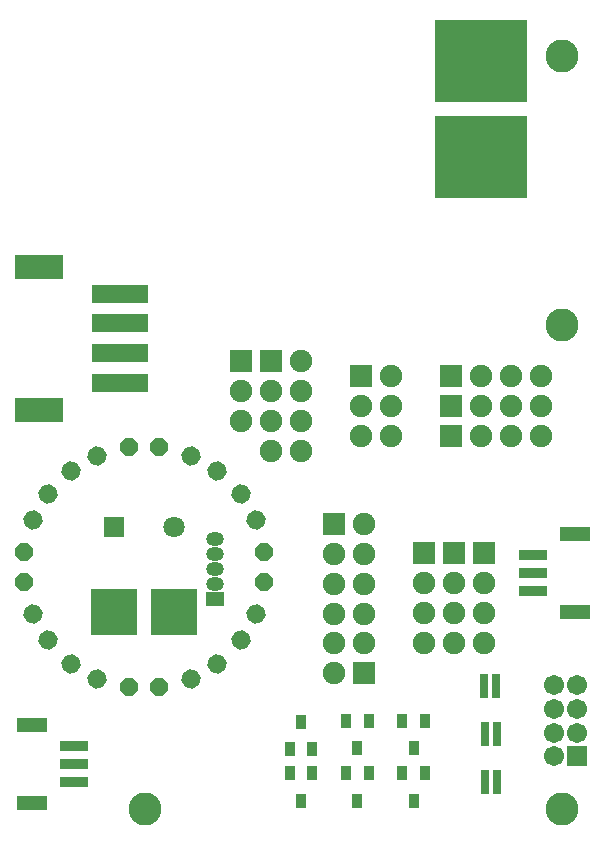
<source format=gbs>
G04 DipTrace 3.0.0.2*
G04 BottomMask.gbr*
%MOIN*%
G04 #@! TF.FileFunction,Soldermask,Bot*
G04 #@! TF.Part,Single*
%AMOUTLINE0*5,1,8,0,0,0.066,-22.49998*%
%AMOUTLINE1*5,1,8,0,0,0.066,-262.500516*%
%AMOUTLINE2*5,1,8,0,0,0.066001,-232.500313*%
%AMOUTLINE3*5,1,8,0,0,0.066,7.499484*%
%AMOUTLINE4*5,1,8,0,0,0.066,-112.49998*%
%AMOUTLINE5*5,1,8,0,0,0.066,-202.49998*%
%AMOUTLINE6*5,1,8,0,0,0.066001,37.499687*%
%AMOUTLINE7*5,1,8,0,0,0.066,-82.500516*%
%AMOUTLINE8*5,1,8,0,0,0.066,-172.500516*%
%AMOUTLINE9*5,1,8,0,0,0.066,67.50002*%
%AMOUTLINE10*5,1,8,0,0,0.066001,-52.500313*%
%AMOUTLINE11*5,1,8,0,0,0.066001,-142.500313*%
%ADD46C,0.11*%
%ADD56R,0.070992X0.070992*%
%ADD58C,0.070992*%
%ADD64R,0.098551X0.051*%
%ADD66R,0.094614X0.035559*%
%ADD68R,0.0275X0.022*%
%ADD72R,0.033591X0.049339*%
%ADD74R,0.158X0.158*%
%ADD76C,0.067055*%
%ADD78R,0.067055X0.067055*%
%ADD80O,0.059181X0.04737*%
%ADD82R,0.059181X0.04737*%
%ADD84C,0.074929*%
%ADD86R,0.074929X0.074929*%
%ADD88R,0.308X0.278*%
%ADD90R,0.161543X0.078866*%
%ADD92R,0.185165X0.059181*%
%ADD98OUTLINE0*%
%ADD99OUTLINE1*%
%ADD100OUTLINE2*%
%ADD101OUTLINE3*%
%ADD102OUTLINE4*%
%ADD103OUTLINE5*%
%ADD104OUTLINE6*%
%ADD105OUTLINE7*%
%ADD106OUTLINE8*%
%ADD107OUTLINE9*%
%ADD108OUTLINE10*%
%ADD109OUTLINE11*%
%FSLAX26Y26*%
G04*
G70*
G90*
G75*
G01*
G04 BotMask*
%LPD*%
D92*
X793498Y2175614D3*
Y1978402D3*
Y2077402D3*
D90*
X522782Y2365402D3*
Y1887402D3*
D92*
X793498Y2274039D3*
D88*
X1996002Y2729029D3*
Y3049029D3*
D86*
X1595002Y2001029D3*
D84*
X1695002D3*
X1595002Y1901029D3*
X1695002D3*
X1595002Y1801029D3*
X1695002D3*
D86*
X1295002Y2051029D3*
D84*
X1395002D3*
X1295002Y1951029D3*
X1395002D3*
X1295002Y1851029D3*
X1395002D3*
X1295002Y1751029D3*
X1395002D3*
D86*
X1895298Y2001034D3*
D84*
X1995298D3*
X2095298D3*
X2195298D3*
D86*
X1895034Y1901284D3*
D84*
X1995034D3*
X2095034D3*
X2195034D3*
D86*
X1895034Y1801273D3*
D84*
X1995034D3*
X2095034D3*
X2195034D3*
D86*
X1195002Y2051029D3*
D84*
Y1951029D3*
Y1851029D3*
D86*
X2006382Y1409185D3*
D84*
Y1309185D3*
Y1209185D3*
Y1109185D3*
D86*
X1906371Y1409185D3*
D84*
Y1309185D3*
Y1209185D3*
Y1109185D3*
D86*
X1806106Y1408912D3*
D84*
Y1308912D3*
Y1208912D3*
Y1108912D3*
D82*
X1110002Y1257029D3*
D80*
Y1307029D3*
Y1357029D3*
Y1407029D3*
Y1457029D3*
D78*
X2316278Y732919D3*
D76*
Y811659D3*
Y890399D3*
Y969139D3*
X2237538D3*
Y890399D3*
Y811659D3*
Y732919D3*
D74*
X771624Y1213898D3*
X973002Y1214029D3*
D72*
X1433502Y756778D3*
X1358699D3*
X1396101Y847330D3*
X1733502Y675529D3*
X1808305D3*
X1770904Y584978D3*
X1733502Y850529D3*
X1808305D3*
X1770904Y759978D3*
X1546002Y675529D3*
X1620805D3*
X1583404Y584978D3*
X1358502Y675529D3*
X1433305D3*
X1395904Y584978D3*
X1546002Y850529D3*
X1620805D3*
X1583404Y759978D3*
D68*
X2008502Y675529D3*
Y635529D3*
Y615529D3*
Y655529D3*
X2048502Y615529D3*
Y635529D3*
Y655529D3*
Y675529D3*
X2047002Y938029D3*
Y978029D3*
Y998029D3*
Y958029D3*
X2007002Y998029D3*
Y978029D3*
Y958029D3*
Y938029D3*
X2008502Y838029D3*
Y798029D3*
Y778029D3*
Y818029D3*
X2048502Y778029D3*
Y798029D3*
Y818029D3*
Y838029D3*
D66*
X2167147Y1344277D3*
Y1404277D3*
D64*
X2307147Y1215277D3*
Y1473277D3*
D66*
X2167147Y1284277D3*
X639480Y706710D3*
Y646710D3*
D64*
X499480Y835710D3*
Y577710D3*
D66*
X639480Y766710D3*
D98*
X823002Y963029D3*
X923002D3*
D99*
X1244468Y1519728D3*
X1194468Y1606331D3*
D100*
X1116304Y1684378D3*
X1029700Y1734378D3*
D101*
X1029702Y991564D3*
X1116304Y1041564D3*
D102*
X473002Y1413029D3*
Y1313029D3*
D103*
X923002Y1763029D3*
X823002D3*
D104*
X1194351Y1119728D3*
X1244351Y1206331D3*
D105*
X501537Y1206330D3*
X551537Y1119727D3*
D106*
X716303Y1734494D3*
X629700Y1684494D3*
D107*
X1273002Y1313029D3*
Y1413029D3*
D108*
X629701Y1041680D3*
X716305Y991680D3*
D109*
X551653Y1606330D3*
X501653Y1519727D3*
D86*
X1506502Y1508780D3*
D84*
X1606502D3*
X1506502Y1408780D3*
X1606502D3*
X1506502Y1308780D3*
X1606502D3*
X1506502Y1208780D3*
X1606502D3*
D86*
X1607002Y1009029D3*
D84*
X1507002D3*
X1607002Y1109029D3*
X1507002D3*
D58*
X972002Y1496029D3*
D56*
X772002D3*
D46*
X2267002Y556029D3*
Y2170029D3*
Y3067530D3*
X877002Y556029D3*
M02*

</source>
